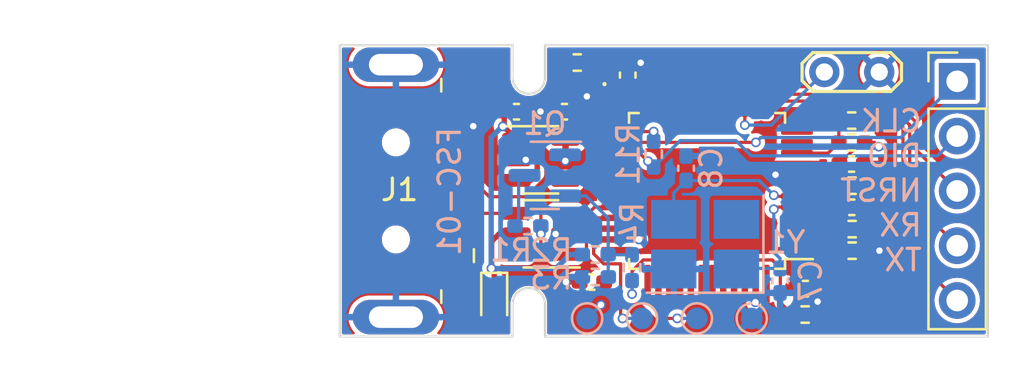
<source format=kicad_pcb>
(kicad_pcb (version 20221018) (generator pcbnew)
  (layers (0 "F.Cu" signal) (31 "B.Cu" signal) (34 "B.Paste" user) (35 "F.Paste" user) (36 "B.SilkS" user "B.Silkscreen") (37 "F.SilkS" user "F.Silkscreen") (38 "B.Mask" user) (39 "F.Mask" user) (44 "Edge.Cuts" user))
  (net 0 "")
  (net 1 "+5V")
  (net 2 "GND")
  (net 3 "+3.3V")
  (net 4 "Net-(U1-PD0)")
  (net 5 "Net-(U1-PD1)")
  (net 6 "Net-(U1-NRST)")
  (net 7 "VBUS")
  (net 8 "Net-(D2-A)")
  (net 9 "Net-(J1-D-)")
  (net 10 "Net-(J1-D+)")
  (net 16 "STLK_JTCK")
  (net 17 "STLK_JTMS")
  (net 18 "T_NRST")
  (net 19 "STLK_RX")
  (net 20 "STLK_TX")
  (net 21 "Net-(Q1-E)")
  (net 22 "Net-(Q1-B)")
  (net 23 "USB_RENUM")
  (net 24 "Net-(U1-PA0)")
  (net 25 "Net-(U1-PC13)")
  (net 26 "Net-(U1-PC14)")
  (net 27 "Net-(U1-BOOT0)")
  (net 28 "Net-(U1-PB12)")
  (net 29 "LED")
  (net 30 "PA5")
  (net 31 "SWDIO")
  (net 32 "SWCLK")
  (net 45 "USB_DM")
  (net 46 "USB_DP")
  (footprint "Connector_USB:USB3_A_Plug_Wuerth_692112030100_Horizontal" (layer "F.Cu") (at 94.2 106.75 180)
    (fp_text reference "J1" (at -8.57 0.05) (layer "F.SilkS"))
    (fp_text value "USB3_A")
    (fp_line (start -12.01 -2.7) (end -12.01 -3.3) (stroke (width 0.12)) (layer "F.SilkS"))
    (fp_line (start -10.5 -4.61) (end -10.5 -5.19) (stroke (width 0.12)) (layer "F.SilkS"))
    (fp_line (start -10.5 4.61) (end -10.5 5.19) (stroke (width 0.12)) (layer "F.SilkS"))
    (pad "" np_thru_hole circle (at -8.4 -2.25 270) (size 1.1 1.1) (drill 1.1) (layers "*.Cu" "*.Mask"))
    (pad "" np_thru_hole circle (at -8.4 2.25 270) (size 1.1 1.1) (drill 1.1) (layers "*.Cu" "*.Mask"))
    (pad "1" smd roundrect (at -10.85 -3 270) (size 0.7 1.8) (layers "F.Cu" "F.Paste" "F.Mask") (net 7 "VBUS"))
    (pad "2" smd roundrect (at -10.85 -1 270) (size 0.7 1.8) (layers "F.Cu" "F.Paste" "F.Mask") (net 9 "Net-(J1-D-)"))
    (pad "3" smd roundrect (at -10.85 1 270) (size 0.7 1.8) (layers "F.Cu" "F.Paste" "F.Mask") (net 10 "Net-(J1-D+)"))
    (pad "4" smd roundrect (at -10.85 3 270) (size 0.7 1.8) (layers "F.Cu" "F.Paste" "F.Mask") (net 2 "GND"))
    (pad "5" smd roundrect (at -10.85 4 270) (size 0.7 1.8) (layers "F.Cu" "F.Paste" "F.Mask"))
    (pad "6" smd roundrect (at -10.85 2 270) (size 0.7 1.8) (layers "F.Cu" "F.Paste" "F.Mask"))
    (pad "7" smd roundrect (at -10.85 0 270) (size 0.7 1.8) (layers "F.Cu" "F.Paste" "F.Mask"))
    (pad "8" smd roundrect (at -10.85 -2 270) (size 0.7 1.8) (layers "F.Cu" "F.Paste" "F.Mask"))
    (pad "9" smd roundrect (at -10.85 -4 180) (size 1.8 0.7) (layers "F.Cu" "F.Paste" "F.Mask"))
    (pad "10" thru_hole oval (at -8.4 -5.85 270) (size 1.6 4) (drill oval 1 2.5) (layers "*.Cu" "*.Mask") (net 2 "GND"))
    (pad "10" thru_hole oval (at -8.4 5.85 270) (size 1.6 4) (drill oval 1 2.5) (layers "*.Cu" "*.Mask") (net 2 "GND"))
  )
  (footprint "Resistor_SMD:R_0402_1005Metric_Pad0.72x0.64mm_HandSolder" (layer "F.Cu") (at 123.7175 108.52 180)
    (fp_text reference "R8" hide)
    (fp_text value "4K7")
    (fp_line (start -0.167621 -0.38) (end 0.167621 -0.38) (stroke (width 0.12)) (layer "F.SilkS"))
    (fp_line (start -0.167621 0.38) (end 0.167621 0.38) (stroke (width 0.12)) (layer "F.SilkS"))
    (pad "1" smd roundrect (at -0.5975 0 180) (size 0.715 0.64) (layers "F.Cu" "F.Paste" "F.Mask") (net 2 "GND"))
    (pad "2" smd roundrect (at 0.5975 0 180) (size 0.715 0.64) (layers "F.Cu" "F.Paste" "F.Mask") (net 26 "Net-(U1-PC14)"))
  )
  (footprint "Resistor_SMD:R_0402_1005Metric_Pad0.72x0.64mm_HandSolder" (layer "F.Cu") (at 123.7175 109.52 180)
    (fp_text reference "R7" hide)
    (fp_text value "4K7")
    (fp_line (start -0.167621 -0.38) (end 0.167621 -0.38) (stroke (width 0.12)) (layer "F.SilkS"))
    (fp_line (start -0.167621 0.38) (end 0.167621 0.38) (stroke (width 0.12)) (layer "F.SilkS"))
    (pad "1" smd roundrect (at -0.5975 0 180) (size 0.715 0.64) (layers "F.Cu" "F.Paste" "F.Mask") (net 2 "GND"))
    (pad "2" smd roundrect (at 0.5975 0 180) (size 0.715 0.64) (layers "F.Cu" "F.Paste" "F.Mask") (net 25 "Net-(U1-PC13)"))
  )
  (footprint "LED_SMD:LED_0402_1005Metric_Pad0.77x0.64mm_HandSolder" (layer "F.Cu") (at 110.99 101.8 180)
    (fp_text reference "D2" hide)
    (fp_text value "LED")
    (fp_circle (center -1.265 0) (end -1.215 0) (stroke (width 0.1)) (fill none) (layer "F.SilkS"))
    (pad "1" smd roundrect (at -0.5725 0 180) (size 0.765 0.64) (layers "F.Cu" "F.Paste" "F.Mask") (net 2 "GND"))
    (pad "2" smd roundrect (at 0.5725 0 180) (size 0.765 0.64) (layers "F.Cu" "F.Paste" "F.Mask") (net 8 "Net-(D2-A)"))
  )
  (footprint "Capacitor_SMD:C_0402_1005Metric_Pad0.74x0.62mm_HandSolder" (layer "F.Cu") (at 123.7025 107.51)
    (fp_text reference "C9" hide)
    (fp_text value "100nF")
    (fp_line (start -0.115835 -0.36) (end 0.115835 -0.36) (stroke (width 0.12)) (layer "F.SilkS"))
    (fp_line (start -0.115835 0.36) (end 0.115835 0.36) (stroke (width 0.12)) (layer "F.SilkS"))
    (pad "1" smd roundrect (at -0.5675 0) (size 0.735 0.62) (layers "F.Cu" "F.Paste" "F.Mask") (net 6 "Net-(U1-NRST)"))
    (pad "2" smd roundrect (at 0.5675 0) (size 0.735 0.62) (layers "F.Cu" "F.Paste" "F.Mask") (net 2 "GND"))
  )
  (footprint "Resistor_SMD:R_0402_1005Metric_Pad0.72x0.64mm_HandSolder" (layer "F.Cu") (at 123.6975 103.49)
    (fp_text reference "R5" hide)
    (fp_text value "4K7")
    (fp_line (start -0.167621 -0.38) (end 0.167621 -0.38) (stroke (width 0.12)) (layer "F.SilkS"))
    (fp_line (start -0.167621 0.38) (end 0.167621 0.38) (stroke (width 0.12)) (layer "F.SilkS"))
    (pad "1" smd roundrect (at -0.5975 0) (size 0.715 0.64) (layers "F.Cu" "F.Paste" "F.Mask") (net 24 "Net-(U1-PA0)"))
    (pad "2" smd roundrect (at 0.5975 0) (size 0.715 0.64) (layers "F.Cu" "F.Paste" "F.Mask") (net 3 "+3.3V"))
  )
  (footprint "Connector_PinHeader_2.54mm:PinHeader_1x05_P2.54mm_Vertical" (layer "F.Cu") (at 128.58 101.67)
    (fp_text reference "J2" hide)
    (fp_text value "ST-Link")
    (fp_line (start -1.33 -1.33) (end 0 -1.33) (stroke (width 0.12)) (layer "F.SilkS"))
    (fp_line (start -1.33 0) (end -1.33 -1.33) (stroke (width 0.12)) (layer "F.SilkS"))
    (fp_line (start -1.33 1.27) (end -1.33 11.49) (stroke (width 0.12)) (layer "F.SilkS"))
    (fp_line (start -1.33 1.27) (end 1.33 1.27) (stroke (width 0.12)) (layer "F.SilkS"))
    (fp_line (start -1.33 11.49) (end 1.33 11.49) (stroke (width 0.12)) (layer "F.SilkS"))
    (fp_line (start 1.33 1.27) (end 1.33 11.49) (stroke (width 0.12)) (layer "F.SilkS"))
    (pad "1" thru_hole rect (at 0 0) (size 1.7 1.7) (drill 1) (layers "*.Cu" "*.Mask") (net 16 "STLK_JTCK"))
    (pad "2" thru_hole oval (at 0 2.54) (size 1.7 1.7) (drill 1) (layers "*.Cu" "*.Mask") (net 17 "STLK_JTMS"))
    (pad "3" thru_hole oval (at 0 5.08) (size 1.7 1.7) (drill 1) (layers "*.Cu" "*.Mask") (net 18 "T_NRST"))
    (pad "4" thru_hole oval (at 0 7.62) (size 1.7 1.7) (drill 1) (layers "*.Cu" "*.Mask") (net 19 "STLK_RX"))
    (pad "5" thru_hole oval (at 0 10.16) (size 1.7 1.7) (drill 1) (layers "*.Cu" "*.Mask") (net 20 "STLK_TX"))
  )
  (footprint "Package_TO_SOT_SMD:SOT-23-5" (layer "F.Cu") (at 109.3125 105.31)
    (fp_text reference "U3" hide)
    (fp_text value "LP2985-3.3")
    (fp_line (start 0 -1.56) (end -1.8 -1.56) (stroke (width 0.12)) (layer "F.SilkS"))
    (fp_line (start 0 -1.56) (end 0.8 -1.56) (stroke (width 0.12)) (layer "F.SilkS"))
    (fp_line (start 0 1.56) (end -0.8 1.56) (stroke (width 0.12)) (layer "F.SilkS"))
    (fp_line (start 0 1.56) (end 0.8 1.56) (stroke (width 0.12)) (layer "F.SilkS"))
    (pad "1" smd roundrect (at -1.1375 -0.95) (size 1.325 0.6) (layers "F.Cu" "F.Paste" "F.Mask") (net 1 "+5V"))
    (pad "2" smd roundrect (at -1.1375 0) (size 1.325 0.6) (layers "F.Cu" "F.Paste" "F.Mask") (net 2 "GND"))
    (pad "3" smd roundrect (at -1.1375 0.95) (size 1.325 0.6) (layers "F.Cu" "F.Paste" "F.Mask") (net 1 "+5V"))
    (pad "4" smd roundrect (at 1.1375 0.95) (size 1.325 0.6) (layers "F.Cu" "F.Paste" "F.Mask"))
    (pad "5" smd roundrect (at 1.1375 -0.95) (size 1.325 0.6) (layers "F.Cu" "F.Paste" "F.Mask") (net 3 "+3.3V"))
  )
  (footprint "Capacitor_SMD:C_0402_1005Metric_Pad0.74x0.62mm_HandSolder" (layer "F.Cu") (at 110.4025 103.08 180)
    (fp_text reference "C2" hide)
    (fp_text value "10uF")
    (fp_line (start -0.115835 -0.36) (end 0.115835 -0.36) (stroke (width 0.12)) (layer "F.SilkS"))
    (fp_line (start -0.115835 0.36) (end 0.115835 0.36) (stroke (width 0.12)) (layer "F.SilkS"))
    (pad "1" smd roundrect (at -0.5675 0 180) (size 0.735 0.62) (layers "F.Cu" "F.Paste" "F.Mask") (net 3 "+3.3V"))
    (pad "2" smd roundrect (at 0.5675 0 180) (size 0.735 0.62) (layers "F.Cu" "F.Paste" "F.Mask") (net 2 "GND"))
  )
  (footprint "TestPoint:TestPoint_2Pads_Pitch2.54mm_Drill0.8mm" (layer "F.Cu") (at 124.97 101.24 180)
    (fp_text reference "SW1" hide)
    (fp_text value "SW_Push")
    (fp_line (start -1.03 -0.4) (end -0.53 -0.9) (stroke (width 0.15)) (layer "F.SilkS"))
    (fp_line (start -1.03 0.4) (end -1.03 -0.4) (stroke (width 0.15)) (layer "F.SilkS"))
    (fp_line (start -0.53 -0.9) (end 3.07 -0.9) (stroke (width 0.15)) (layer "F.SilkS"))
    (fp_line (start -0.53 0.9) (end -1.03 0.4) (stroke (width 0.15)) (layer "F.SilkS"))
    (fp_line (start 3.07 -0.9) (end 3.57 -0.4) (stroke (width 0.15)) (layer "F.SilkS"))
    (fp_line (start 3.07 0.9) (end -0.53 0.9) (stroke (width 0.15)) (layer "F.SilkS"))
    (fp_line (start 3.57 -0.4) (end 3.57 0.4) (stroke (width 0.15)) (layer "F.SilkS"))
    (fp_line (start 3.57 0.4) (end 3.07 0.9) (stroke (width 0.15)) (layer "F.SilkS"))
    (pad "1" thru_hole circle (at 0 0 180) (size 1.4 1.4) (drill 0.8) (layers "*.Cu" "*.Mask") (net 2 "GND"))
    (pad "2" thru_hole circle (at 2.54 0 180) (size 1.4 1.4) (drill 0.8) (layers "*.Cu" "*.Mask") (net 30 "PA5"))
  )
  (footprint "Resistor_SMD:R_0402_1005Metric_Pad0.72x0.64mm_HandSolder" (layer "F.Cu") (at 110.9925 100.8)
    (fp_text reference "R12" hide)
    (fp_text value "220")
    (fp_line (start -0.167621 -0.38) (end 0.167621 -0.38) (stroke (width 0.12)) (layer "F.SilkS"))
    (fp_line (start -0.167621 0.38) (end 0.167621 0.38) (stroke (width 0.12)) (layer "F.SilkS"))
    (pad "1" smd roundrect (at -0.5975 0) (size 0.715 0.64) (layers "F.Cu" "F.Paste" "F.Mask") (net 8 "Net-(D2-A)"))
    (pad "2" smd roundrect (at 0.5975 0) (size 0.715 0.64) (layers "F.Cu" "F.Paste" "F.Mask") (net 29 "LED"))
  )
  (footprint "Diode_SMD:D_SOD-523" (layer "F.Cu") (at 107.15 111.8075 -90)
    (fp_text reference "D1" hide)
    (fp_text value "Schottky")
    (fp_line (start -1.26 -0.6) (end -1.26 0.6) (stroke (width 0.12)) (layer "F.SilkS"))
    (fp_line (start 0.7 -0.6) (end -1.26 -0.6) (stroke (width 0.12)) (layer "F.SilkS"))
    (fp_line (start 0.7 0.6) (end -1.26 0.6) (stroke (width 0.12)) (layer "F.SilkS"))
    (pad "1" smd roundrect (at -0.7 0 90) (size 0.6 0.7) (layers "F.Cu" "F.Paste" "F.Mask") (net 1 "+5V"))
    (pad "2" smd roundrect (at 0.7 0 90) (size 0.6 0.7) (layers "F.Cu" "F.Paste" "F.Mask") (net 7 "VBUS"))
  )
  (footprint "Resistor_SMD:R_0402_1005Metric_Pad0.72x0.64mm_HandSolder" (layer "F.Cu") (at 123.7125 106.51)
    (fp_text reference "R10" hide)
    (fp_text value "100K")
    (fp_line (start -0.167621 -0.38) (end 0.167621 -0.38) (stroke (width 0.12)) (layer "F.SilkS"))
    (fp_line (start -0.167621 0.38) (end 0.167621 0.38) (stroke (width 0.12)) (layer "F.SilkS"))
    (pad "1" smd roundrect (at -0.5975 0) (size 0.715 0.64) (layers "F.Cu" "F.Paste" "F.Mask") (net 6 "Net-(U1-NRST)"))
    (pad "2" smd roundrect (at 0.5975 0) (size 0.715 0.64) (layers "F.Cu" "F.Paste" "F.Mask") (net 3 "+3.3V"))
  )
  (footprint "Capacitor_SMD:C_0402_1005Metric_Pad0.74x0.62mm_HandSolder" (layer "F.Cu") (at 121.5525 111.28)
    (fp_text reference "C5" hide)
    (fp_text value "100nF")
    (fp_line (start -0.115835 -0.36) (end 0.115835 -0.36) (stroke (width 0.12)) (layer "F.SilkS"))
    (fp_line (start -0.115835 0.36) (end 0.115835 0.36) (stroke (width 0.12)) (layer "F.SilkS"))
    (pad "1" smd roundrect (at -0.5675 0) (size 0.735 0.62) (layers "F.Cu" "F.Paste" "F.Mask") (net 3 "+3.3V"))
    (pad "2" smd roundrect (at 0.5675 0) (size 0.735 0.62) (layers "F.Cu" "F.Paste" "F.Mask") (net 2 "GND"))
  )
  (footprint "Capacitor_SMD:C_0402_1005Metric_Pad0.74x0.62mm_HandSolder" (layer "F.Cu") (at 123.6925 105.5 180)
    (fp_text reference "C4" hide)
    (fp_text value "100nF")
    (fp_line (start -0.115835 -0.36) (end 0.115835 -0.36) (stroke (width 0.12)) (layer "F.SilkS"))
    (fp_line (start -0.115835 0.36) (end 0.115835 0.36) (stroke (width 0.12)) (layer "F.SilkS"))
    (pad "1" smd roundrect (at -0.5675 0 180) (size 0.735 0.62) (layers "F.Cu" "F.Paste" "F.Mask") (net 3 "+3.3V"))
    (pad "2" smd roundrect (at 0.5675 0 180) (size 0.735 0.62) (layers "F.Cu" "F.Paste" "F.Mask") (net 2 "GND"))
  )
  (footprint "Package_QFP:LQFP-48_7x7mm_P0.5mm" (layer "F.Cu") (at 117 106.75 180)
    (fp_text reference "U1" hide)
    (fp_text value "STM32F103CBTx")
    (fp_line (start -3.61 -3.61) (end -3.61 -3.16) (stroke (width 0.12)) (layer "F.SilkS"))
    (fp_line (start -3.61 -3.16) (end -4.9 -3.16) (stroke (width 0.12)) (layer "F.SilkS"))
    (fp_line (start -3.61 3.61) (end -3.61 3.16) (stroke (width 0.12)) (layer "F.SilkS"))
    (fp_line (start -3.16 -3.61) (end -3.61 -3.61) (stroke (width 0.12)) (layer "F.SilkS"))
    (fp_line (start -3.16 3.61) (end -3.61 3.61) (stroke (width 0.12)) (layer "F.SilkS"))
    (fp_line (start 3.16 -3.61) (end 3.61 -3.61) (stroke (width 0.12)) (layer "F.SilkS"))
    (fp_line (start 3.16 3.61) (end 3.61 3.61) (stroke (width 0.12)) (layer "F.SilkS"))
    (fp_line (start 3.61 -3.61) (end 3.61 -3.16) (stroke (width 0.12)) (layer "F.SilkS"))
    (fp_line (start 3.61 3.61) (end 3.61 3.16) (stroke (width 0.12)) (layer "F.SilkS"))
    (pad "1" smd roundrect (at -4.1625 -2.75 180) (size 1.475 0.3) (layers "F.Cu" "F.Paste" "F.Mask") (net 3 "+3.3V"))
    (pad "2" smd roundrect (at -4.1625 -2.25 180) (size 1.475 0.3) (layers "F.Cu" "F.Paste" "F.Mask") (net 25 "Net-(U1-PC13)"))
    (pad "3" smd roundrect (at -4.1625 -1.75 180) (size 1.475 0.3) (layers "F.Cu" "F.Paste" "F.Mask") (net 26 "Net-(U1-PC14)"))
    (pad "4" smd roundrect (at -4.1625 -1.25 180) (size 1.475 0.3) (layers "F.Cu" "F.Paste" "F.Mask"))
    (pad "5" smd roundrect (at -4.1625 -0.75 180) (size 1.475 0.3) (layers "F.Cu" "F.Paste" "F.Mask") (net 4 "Net-(U1-PD0)"))
    (pad "6" smd roundrect (at -4.1625 -0.25 180) (size 1.475 0.3) (layers "F.Cu" "F.Paste" "F.Mask") (net 5 "Net-(U1-PD1)"))
    (pad "7" smd roundrect (at -4.1625 0.25 180) (size 1.475 0.3) (layers "F.Cu" "F.Paste" "F.Mask") (net 6 "Net-(U1-NRST)"))
    (pad "8" smd roundrect (at -4.1625 0.75 180) (size 1.475 0.3) (layers "F.Cu" "F.Paste" "F.Mask") (net 2 "GND"))
    (pad "9" smd roundrect (at -4.1625 1.25 180) (size 1.475 0.3) (layers "F.Cu" "F.Paste" "F.Mask") (net 3 "+3.3V"))
    (pad "10" smd roundrect (at -4.1625 1.75 180) (size 1.475 0.3) (layers "F.Cu" "F.Paste" "F.Mask") (net 24 "Net-(U1-PA0)"))
    (pad "11" smd roundrect (at -4.1625 2.25 180) (size 1.475 0.3) (layers "F.Cu" "F.Paste" "F.Mask"))
    (pad "12" smd roundrect (at -4.1625 2.75 180) (size 1.475 0.3) (layers "F.Cu" "F.Paste" "F.Mask") (net 20 "STLK_TX"))
    (pad "13" smd roundrect (at -2.75 4.1625 180) (size 0.3 1.475) (layers "F.Cu" "F.Paste" "F.Mask") (net 19 "STLK_RX"))
    (pad "14" smd roundrect (at -2.25 4.1625 180) (size 0.3 1.475) (layers "F.Cu" "F.Paste" "F.Mask"))
    (pad "15" smd roundrect (at -1.75 4.1625 180) (size 0.3 1.475) (layers "F.Cu" "F.Paste" "F.Mask") (net 30 "PA5"))
    (pad "16" smd roundrect (at -1.25 4.1625 180) (size 0.3 1.475) (layers "F.Cu" "F.Paste" "F.Mask"))
    (pad "17" smd roundrect (at -0.75 4.1625 180) (size 0.3 1.475) (layers "F.Cu" "F.Paste" "F.Mask"))
    (pad "18" smd roundrect (at -0.25 4.1625 180) (size 0.3 1.475) (layers "F.Cu" "F.Paste" "F.Mask") (net 18 "T_NRST"))
    (pad "19" smd roundrect (at 0.25 4.1625 180) (size 0.3 1.475) (layers "F.Cu" "F.Paste" "F.Mask"))
    (pad "20" smd roundrect (at 0.75 4.1625 180) (size 0.3 1.475) (layers "F.Cu" "F.Paste" "F.Mask"))
    (pad "21" smd roundrect (at 1.25 4.1625 180) (size 0.3 1.475) (layers "F.Cu" "F.Paste" "F.Mask"))
    (pad "22" smd roundrect (at 1.75 4.1625 180) (size 0.3 1.475) (layers "F.Cu" "F.Paste" "F.Mask"))
    (pad "23" smd roundrect (at 2.25 4.1625 180) (size 0.3 1.475) (layers "F.Cu" "F.Paste" "F.Mask") (net 2 "GND"))
    (pad "24" smd roundrect (at 2.75 4.1625 180) (size 0.3 1.475) (layers "F.Cu" "F.Paste" "F.Mask") (net 3 "+3.3V"))
    (pad "25" smd roundrect (at 4.1625 2.75 180) (size 1.475 0.3) (layers "F.Cu" "F.Paste" "F.Mask") (net 28 "Net-(U1-PB12)"))
    (pad "26" smd roundrect (at 4.1625 2.25 180) (size 1.475 0.3) (layers "F.Cu" "F.Paste" "F.Mask") (net 16 "STLK_JTCK"))
    (pad "27" smd roundrect (at 4.1625 1.75 180) (size 1.475 0.3) (layers "F.Cu" "F.Paste" "F.Mask") (net 17 "STLK_JTMS"))
    (pad "28" smd roundrect (at 4.1625 1.25 180) (size 1.475 0.3) (layers "F.Cu" "F.Paste" "F.Mask"))
    (pad "29" smd roundrect (at 4.1625 0.75 180) (size 1.475 0.3) (layers "F.Cu" "F.Paste" "F.Mask"))
    (pad "30" smd roundrect (at 4.1625 0.25 180) (size 1.475 0.3) (layers "F.Cu" "F.Paste" "F.Mask") (net 29 "LED"))
    (pad "31" smd roundrect (at 4.1625 -0.25 180) (size 1.475 0.3) (layers "F.Cu" "F.Paste" "F.Mask"))
    (pad "32" smd roundrect (at 4.1625 -0.75 180) (size 1.475 0.3) (layers "F.Cu" "F.Paste" "F.Mask") (net 45 "USB_DM"))
    (pad "33" smd roundrect (at 4.1625 -1.25 180) (size 1.475 0.3) (layers "F.Cu" "F.Paste" "F.Mask") (net 46 "USB_DP"))
    (pad "34" smd roundrect (at 4.1625 -1.75 180) (size 1.475 0.3) (layers "F.Cu" "F.Paste" "F.Mask") (net 31 "SWDIO"))
    (pad "35" smd roundrect (at 4.1625 -2.25 180) (size 1.475 0.3) (layers "F.Cu" "F.Paste" "F.Mask") (net 2 "GND"))
    (pad "36" smd roundrect (at 4.1625 -2.75 180) (size 1.475 0.3) (layers "F.Cu" "F.Paste" "F.Mask") (net 3 "+3.3V"))
    (pad "37" smd roundrect (at 2.75 -4.1625 180) (size 0.3 1.475) (layers "F.Cu" "F.Paste" "F.Mask") (net 32 "SWCLK"))
    (pad "38" smd roundrect (at 2.25 -4.1625 180) (size 0.3 1.475) (layers "F.Cu" "F.Paste" "F.Mask") (net 23 "USB_RENUM"))
    (pad "39" smd roundrect (at 1.75 -4.1625 180) (size 0.3 1.475) (layers "F.Cu" "F.Paste" "F.Mask"))
    (pad "40" smd roundrect (at 1.25 -4.1625 180) (size 0.3 1.475) (layers "F.Cu" "F.Paste" "F.Mask"))
    (pad "41" smd roundrect (at 0.75 -4.1625 180) (size 0.3 1.475) (layers "F.Cu" "F.Paste" "F.Mask"))
    (pad "42" smd roundrect (at 0.25 -4.1625 180) (size 0.3 1.475) (layers "F.Cu" "F.Paste" "F.Mask"))
    (pad "43" smd roundrect (at -0.25 -4.1625 180) (size 0.3 1.475) (layers "F.Cu" "F.Paste" "F.Mask"))
    (pad "44" smd roundrect (at -0.75 -4.1625 180) (size 0.3 1.475) (layers "F.Cu" "F.Paste" "F.Mask") (net 27 "Net-(U1-BOOT0)"))
    (pad "45" smd roundrect (at -1.25 -4.1625 180) (size 0.3 1.475) (layers "F.Cu" "F.Paste" "F.Mask"))
    (pad "46" smd roundrect (at -1.75 -4.1625 180) (size 0.3 1.475) (layers "F.Cu" "F.Paste" "F.Mask"))
    (pad "47" smd roundrect (at -2.25 -4.1625 180) (size 0.3 1.475) (layers "F.Cu" "F.Paste" "F.Mask") (net 2 "GND"))
    (pad "48" smd roundrect (at -2.75 -4.1625 180) (size 0.3 1.475) (layers "F.Cu" "F.Paste" "F.Mask") (net 3 "+3.3V"))
  )
  (footprint "Package_TO_SOT_SMD:SOT-23-6" (layer "F.Cu") (at 109.31 108.74 180)
    (fp_text reference "U2" hide)
    (fp_text value "USBLC6-2SC6")
    (fp_line (start 0 -1.56) (end -1.8 -1.56) (stroke (width 0.12)) (layer "F.SilkS"))
    (fp_line (start 0 -1.56) (end 0.8 -1.56) (stroke (width 0.12)) (layer "F.SilkS"))
    (fp_line (start 0 1.56) (end -0.8 1.56) (stroke (width 0.12)) (layer "F.SilkS"))
    (fp_line (start 0 1.56) (end 0.8 1.56) (stroke (width 0.12)) (layer "F.SilkS"))
    (pad "1" smd roundrect (at -1.1375 -0.95 180) (size 1.325 0.6) (layers "F.Cu" "F.Paste" "F.Mask") (net 46 "USB_DP"))
    (pad "2" smd roundrect (at -1.1375 0 180) (size 1.325 0.6) (layers "F.Cu" "F.Paste" "F.Mask") (net 2 "GND"))
    (pad "3" smd roundrect (at -1.1375 0.95 180) (size 1.325 0.6) (layers "F.Cu" "F.Paste" "F.Mask") (net 45 "USB_DM"))
    (pad "4" smd roundrect (at 1.1375 0.95 180) (size 1.325 0.6) (layers "F.Cu" "F.Paste" "F.Mask") (net 9 "Net-(J1-D-)"))
    (pad "5" smd roundrect (at 1.1375 0 180) (size 1.325 0.6) (layers "F.Cu" "F.Paste" "F.Mask") (net 1 "+5V"))
    (pad "6" smd roundrect (at 1.1375 -0.95 180) (size 1.325 0.6) (layers "F.Cu" "F.Paste" "F.Mask") (net 10 "Net-(J1-D+)"))
  )
  (footprint "Capacitor_SMD:C_0402_1005Metric_Pad0.74x0.62mm_HandSolder" (layer "F.Cu") (at 113.33 101.3825 90)
    (fp_text reference "C3" hide)
    (fp_text value "100nF")
    (fp_line (start -0.115835 -0.36) (end 0.115835 -0.36) (stroke (width 0.12)) (layer "F.SilkS"))
    (fp_line (start -0.115835 0.36) (end 0.115835 0.36) (stroke (width 0.12)) (layer "F.SilkS"))
    (pad "1" smd roundrect (at -0.5675 0 90) (size 0.735 0.62) (layers "F.Cu" "F.Paste" "F.Mask") (net 3 "+3.3V"))
    (pad "2" smd roundrect (at 0.5675 0 90) (size 0.735 0.62) (layers "F.Cu" "F.Paste" "F.Mask") (net 2 "GND"))
  )
  (footprint "Resistor_SMD:R_0402_1005Metric_Pad0.72x0.64mm_HandSolder" (layer "F.Cu") (at 121.5425 112.48 180)
    (fp_text reference "R9" hide)
    (fp_text value "100K")
    (fp_line (start -0.167621 -0.38) (end 0.167621 -0.38) (stroke (width 0.12)) (layer "F.SilkS"))
    (fp_line (start -0.167621 0.38) (end 0.167621 0.38) (stroke (width 0.12)) (layer "F.SilkS"))
    (pad "1" smd roundrect (at -0.5975 0 180) (size 0.715 0.64) (layers "F.Cu" "F.Paste" "F.Mask") (net 2 "GND"))
    (pad "2" smd roundrect (at 0.5975 0 180) (size 0.715 0.64) (layers "F.Cu" "F.Paste" "F.Mask") (net 27 "Net-(U1-BOOT0)"))
  )
  (footprint "Capacitor_SMD:C_0402_1005Metric_Pad0.74x0.62mm_HandSolder" (layer "F.Cu") (at 111.67 110.97 180)
    (fp_text reference "C6" hide)
    (fp_text value "100nF")
    (fp_line (start -0.115835 -0.36) (end 0.115835 -0.36) (stroke (width 0.12)) (layer "F.SilkS"))
    (fp_line (start -0.115835 0.36) (end 0.115835 0.36) (stroke (width 0.12)) (layer "F.SilkS"))
    (pad "1" smd roundrect (at -0.5675 0 180) (size 0.735 0.62) (layers "F.Cu" "F.Paste" "F.Mask") (net 3 "+3.3V"))
    (pad "2" smd roundrect (at 0.5675 0 180) (size 0.735 0.62) (layers "F.Cu" "F.Paste" "F.Mask") (net 2 "GND"))
  )
  (footprint "Resistor_SMD:R_0402_1005Metric_Pad0.72x0.64mm_HandSolder" (layer "F.Cu") (at 123.6975 104.5 180)
    (fp_text reference "R6" hide)
    (fp_text value "4K7")
    (fp_line (start -0.167621 -0.38) (end 0.167621 -0.38) (stroke (width 0.12)) (layer "F.SilkS"))
    (fp_line (start -0.167621 0.38) (end 0.167621 0.38) (stroke (width 0.12)) (layer "F.SilkS"))
    (pad "1" smd roundrect (at -0.5975 0 180) (size 0.715 0.64) (layers "F.Cu" "F.Paste" "F.Mask") (net 2 "GND"))
    (pad "2" smd roundrect (at 0.5975 0 180) (size 0.715 0.64) (layers "F.Cu" "F.Paste" "F.Mask") (net 24 "Net-(U1-PA0)"))
  )
  (footprint "Capacitor_SMD:C_0402_1005Metric_Pad0.74x0.62mm_HandSolder" (layer "F.Cu") (at 108.18 103.08)
    (fp_text reference "C1" hide)
    (fp_text value "10uF")
    (fp_line (start -0.115835 -0.36) (end 0.115835 -0.36) (stroke (width 0.12)) (layer "F.SilkS"))
    (fp_line (start -0.115835 0.36) (end 0.115835 0.36) (stroke (width 0.12)) (layer "F.SilkS"))
    (pad "1" smd roundrect (at -0.5675 0) (size 0.735 0.62) (layers "F.Cu" "F.Paste" "F.Mask") (net 1 "+5V"))
    (pad "2" smd roundrect (at 0.5675 0) (size 0.735 0.62) (layers "F.Cu" "F.Paste" "F.Mask") (net 2 "GND"))
  )
  (footprint "Package_TO_SOT_SMD:SOT-23" (layer "B.Cu") (at 109.4925 106.03 180)
    (fp_text reference "Q1" (at 0 2.4) (layer "B.SilkS") (effects (justify mirror)))
    (fp_text value "S9013")
    (fp_line (start 0 -1.56) (end -0.65 -1.56) (stroke (width 0.12)) (layer "B.SilkS"))
    (fp_line (start 0 -1.56) (end 0.65 -1.56) (stroke (width 0.12)) (layer "B.SilkS"))
    (fp_line (start 0 1.56) (end -1.675 1.56) (stroke (width 0.12)) (layer "B.SilkS"))
    (fp_line (start 0 1.56) (end 0.65 1.56) (stroke (width 0.12)) (layer "B.SilkS"))
    (pad "1" smd roundrect (at -0.9375 0.95 180) (size 1.475 0.6) (layers "B.Cu" "B.Paste" "B.Mask") (net 3 "+3.3V"))
    (pad "2" smd roundrect (at -0.9375 -0.95 180) (size 1.475 0.6) (layers "B.Cu" "B.Paste" "B.Mask") (net 22 "Net-(Q1-B)"))
    (pad "3" smd roundrect (at 0.9375 0 180) (size 1.475 0.6) (layers "B.Cu" "B.Paste" "B.Mask") (net 21 "Net-(Q1-E)"))
  )
  (footprint "Capacitor_SMD:C_0402_1005Metric_Pad0.74x0.62mm_HandSolder" (layer "B.Cu") (at 116.03 105.7025 90)
    (fp_text reference "C8" (at 0 1.16 90) (layer "B.SilkS") (effects (justify mirror)))
    (fp_text value "20pF")
    (fp_line (start -0.115835 -0.36) (end 0.115835 -0.36) (stroke (width 0.12)) (layer "B.SilkS"))
    (fp_line (start -0.115835 0.36) (end 0.115835 0.36) (stroke (width 0.12)) (layer "B.SilkS"))
    (pad "1" smd roundrect (at -0.5675 0 90) (size 0.735 0.62) (layers "B.Cu" "B.Paste" "B.Mask") (net 5 "Net-(U1-PD1)"))
    (pad "2" smd roundrect (at 0.5675 0 90) (size 0.735 0.62) (layers "B.Cu" "B.Paste" "B.Mask") (net 2 "GND"))
  )
  (footprint "TestPoint:TestPoint_Pad_D1.0mm" (layer "B.Cu") (at 113.99 112.66 180)
    (fp_text reference "TP2" hide)
    (fp_text value "DIO")
    (fp_circle (center 0 0) (end 0 -0.7) (stroke (width 0.12)) (fill none) (layer "B.SilkS"))
    (pad "1" smd circle (at 0 0 180) (size 1 1) (layers "B.Cu" "B.Mask") (net 31 "SWDIO"))
  )
  (footprint "Resistor_SMD:R_0402_1005Metric_Pad0.72x0.64mm_HandSolder" (layer "B.Cu") (at 113.53 110.30625 90)
    (fp_text reference "R4" (at 2.06625 0.01 90) (layer "B.SilkS") (effects (justify mirror)))
    (fp_text value "100")
    (fp_line (start -0.167621 -0.38) (end 0.167621 -0.38) (stroke (width 0.12)) (layer "B.SilkS"))
    (fp_line (start -0.167621 0.38) (end 0.167621 0.38) (stroke (width 0.12)) (layer "B.SilkS"))
    (pad "1" smd roundrect (at -0.5975 0 90) (size 0.715 0.64) (layers "B.Cu" "B.Paste" "B.Mask") (net 23 "USB_RENUM"))
    (pad "2" smd roundrect (at 0.5975 0 90) (size 0.715 0.64) (layers "B.Cu" "B.Paste" "B.Mask") (net 22 "Net-(Q1-B)"))
  )
  (footprint "TestPoint:TestPoint_Pad_D1.0mm" (layer "B.Cu") (at 116.53 112.66 180)
    (fp_text reference "TP3" hide)
    (fp_text value "CLK")
    (fp_circle (center 0 0) (end 0 -0.7) (stroke (width 0.12)) (fill none) (layer "B.SilkS"))
    (pad "1" smd circle (at 0 0 180) (size 1 1) (layers "B.Cu" "B.Mask") (net 32 "SWCLK"))
  )
  (footprint "TestPoint:TestPoint_Pad_D1.0mm" (layer "B.Cu") (at 111.45 112.66 180)
    (fp_text reference "TP1" hide)
    (fp_text value "3V3")
    (fp_circle (center 0 0) (end 0 -0.7) (stroke (width 0.12)) (fill none) (layer "B.SilkS"))
    (pad "1" smd circle (at 0 0 180) (size 1 1) (layers "B.Cu" "B.Mask") (net 3 "+3.3V"))
  )
  (footprint "Resistor_SMD:R_0402_1005Metric_Pad0.72x0.64mm_HandSolder" (layer "B.Cu") (at 114.53 105.0475 -90)
    (fp_text reference "R11" (at 0 1.17 90) (layer "B.SilkS") (effects (justify mirror)))
    (fp_text value "100K")
    (fp_line (start -0.167621 -0.38) (end 0.167621 -0.38) (stroke (width 0.12)) (layer "B.SilkS"))
    (fp_line (start -0.167621 0.38) (end 0.167621 0.38) (stroke (width 0.12)) (layer "B.SilkS"))
    (pad "1" smd roundrect (at -0.5975 0 270) (size 0.715 0.64) (layers "B.Cu" "B.Paste" "B.Mask") (net 28 "Net-(U1-PB12)"))
    (pad "2" smd roundrect (at 0.5975 0 270) (size 0.715 0.64) (layers "B.Cu" "B.Paste" "B.Mask") (net 17 "STLK_JTMS"))
  )
  (footprint "Crystal:Crystal_SMD_3225-4Pin_3.2x2.5mm_HandSoldering" (layer "B.Cu") (at 116.91 109.22 180)
    (fp_text reference "Y1" (at -3.73 0.09) (layer "B.SilkS") (effects (justify mirror)))
    (fp_text value "8MHz")
    (fp_line (start -2.7 -2.25) (end 2.7 -2.25) (stroke (width 0.12)) (layer "B.SilkS"))
    (fp_line (start -2.7 2.25) (end -2.7 -2.25) (stroke (width 0.12)) (layer "B.SilkS"))
    (pad "1" smd rect (at -1.45 -1.15 180) (size 2.1 1.8) (layers "B.Cu" "B.Paste" "B.Mask") (net 4 "Net-(U1-PD0)"))
    (pad "2" smd rect (at 1.45 -1.15 180) (size 2.1 1.8) (layers "B.Cu" "B.Paste" "B.Mask") (net 2 "GND"))
    (pad "3" smd rect (at 1.45 1.15 180) (size 2.1 1.8) (layers "B.Cu" "B.Paste" "B.Mask") (net 5 "Net-(U1-PD1)"))
    (pad "4" smd rect (at -1.45 1.15 180) (size 2.1 1.8) (layers "B.Cu" "B.Paste" "B.Mask"))
  )
  (footprint "Capacitor_SMD:C_0402_1005Metric_Pad0.74x0.62mm_HandSolder" (layer "B.Cu") (at 120.38 110.91 -90)
    (fp_text reference "C7" (at 0 -1.42 90) (layer "B.SilkS") (effects (justify mirror)))
    (fp_text value "20pF")
    (fp_line (start -0.115835 -0.36) (end 0.115835 -0.36) (stroke (width 0.12)) (layer "B.SilkS"))
    (fp_line (start -0.115835 0.36) (end 0.115835 0.36) (stroke (width 0.12)) (layer "B.SilkS"))
    (pad "1" smd roundrect (at -0.5675 0 270) (size 0.735 0.62) (layers "B.Cu" "B.Paste" "B.Mask") (net 4 "Net-(U1-PD0)"))
    (pad "2" smd roundrect (at 0.5675 0 270) (size 0.735 0.62) (layers "B.Cu" "B.Paste" "B.Mask") (net 2 "GND"))
  )
  (footprint "Resistor_SMD:R_0402_1005Metric_Pad0.72x0.64mm_HandSolder" (layer "B.Cu") (at 108.71 108.38 180)
    (fp_text reference "R1" (at 0.78 -1.12) (layer "B.SilkS") (effects (justify mirror)))
    (fp_text value "1K5")
    (fp_line (start -0.167621 -0.38) (end 0.167621 -0.38) (stroke (width 0.12)) (layer "B.SilkS"))
    (fp_line (start -0.167621 0.38) (end 0.167621 0.38) (stroke (width 0.12)) (layer "B.SilkS"))
    (pad "1" smd roundrect (at -0.5975 0 180) (size 0.715 0.64) (layers "B.Cu" "B.Paste" "B.Mask") (net 10 "Net-(J1-D+)"))
    (pad "2" smd roundrect (at 0.5975 0 180) (size 0.715 0.64) (layers "B.Cu" "B.Paste" "B.Mask") (net 21 "Net-(Q1-E)"))
  )
  (footprint "Resistor_SMD:R_0402_1005Metric_Pad0.72x0.64mm_HandSolder" (layer "B.Cu") (at 111.8275 109.7 180)
    (fp_text reference "R2" (at 2.0375 0.19) (layer "B.SilkS") (effects (justify mirror)))
    (fp_text value "10K")
    (fp_line (start -0.167621 -0.38) (end 0.167621 -0.38) (stroke (width 0.12)) (layer "B.SilkS"))
    (fp_line (start -0.167621 0.38) (end 0.167621 0.38) (stroke (width 0.12)) (layer "B.SilkS"))
    (pad "1" smd roundrect (at -0.5975 0 180) (size 0.715 0.64) (layers "B.Cu" "B.Paste" "B.Mask") (net 22 "Net-(Q1-B)"))
    (pad "2" smd roundrect (at 0.5975 0 180) (size 0.715 0.64) (layers "B.Cu" "B.Paste" "B.Mask") (net 1 "+5V"))
  )
  (footprint "TestPoint:TestPoint_Pad_D1.0mm" (layer "B.Cu") (at 119.07 112.66 180)
    (fp_text reference "TP4" hide)
    (fp_text value "GND")
    (fp_circle (center 0 0) (end 0 -0.7) (stroke (width 0.12)) (fill none) (layer "B.SilkS"))
    (pad "1" smd circle (at 0 0 180) (size 1 1) (layers "B.Cu" "B.Mask") (net 2 "GND"))
  )
  (footprint "Resistor_SMD:R_0402_1005Metric_Pad0.72x0.64mm_HandSolder" (layer "B.Cu") (at 111.8325 110.74)
    (fp_text reference "R3" (at -2.0425 0.06) (layer "B.SilkS") (effects (justify mirror)))
    (fp_text value "39K")
    (fp_line (start -0.167621 -0.38) (end 0.167621 -0.38) (stroke (width 0.12)) (layer "B.SilkS"))
    (fp_line (start -0.167621 0.38) (end 0.167621 0.38) (stroke (width 0.12)) (layer "B.SilkS"))
    (pad "1" smd roundrect (at -0.5975 0) (size 0.715 0.64) (layers "B.Cu" "B.Paste" "B.Mask") (net 2 "GND"))
    (pad "2" smd roundrect (at 0.5975 0) (size 0.715 0.64) (layers "B.Cu" "B.Paste" "B.Mask") (net 22 "Net-(Q1-B)"))
  )
  (gr_line (start 130 113.5) (end 109.5 113.5) (stroke (width 0.1)) (layer "Edge.Cuts"))
  (gr_line (start 109.5 113.5) (end 109.5 112) (stroke (width 0.1)) (layer "Edge.Cuts"))
  (gr_line (start 109.5 100) (end 130 100) (stroke (width 0.1)) (layer "Edge.Cuts"))
  (gr_line (start 108 112) (end 108 113.5) (stroke (width 0.1)) (layer "Edge.Cuts"))
  (gr_line (start 100 100) (end 108 100) (stroke (width 0.1)) (layer "Edge.Cuts"))
  (gr_line (start 100 113.5) (end 108 113.5) (stroke (width 0.1)) (layer "Edge.Cuts"))
  (gr_line (start 130 100) (end 130 113.5) (stroke (width 0.1)) (layer "Edge.Cuts"))
  (gr_line (start 108 100) (end 108 101.5) (stroke (width 0.1)) (layer "Edge.Cuts"))
  (gr_arc (start 109.5 101.5) (mid 108.75 102.25) (end 108 101.5) (stroke (width 0.1)) (layer "Edge.Cuts"))
  (gr_line (start 100 100) (end 100 113.5) (stroke (width 0.1)) (layer "Edge.Cuts"))
  (gr_arc (start 108 112) (mid 108.75 111.25) (end 109.5 112) (stroke (width 0.1)) (layer "Edge.Cuts"))
  (gr_line (start 109.5 101.5) (end 109.5 100) (stroke (width 0.1)) (layer "Edge.Cuts"))
  (gr_text "CLK\nDIO\nNRST\nRX\nTX" (at 127.03 110.54) (layer "B.SilkS") (effects (font (size 1 1)) (justify left bottom mirror)))
  (gr_text "FSC-01" (at 105.67 103.7 90) (layer "B.SilkS") (effects (font (size 1 1)) (justify left bottom mirror)))
  (segment (start 107.03 110.35) (end 107.02 110.35) (width 0.25) (layer "F.Cu") (net 1))
  (segment (start 108.175 104.36) (end 108.837499 104.36) (width 0.25) (layer "F.Cu") (net 1))
  (segment (start 107.55 103.76) (end 107.575 103.76) (width 0.25) (layer "F.Cu") (net 1))
  (segment (start 107.02 110.35) (end 107.01 110.34) (width 0.25) (layer "F.Cu") (net 1))
  (segment (start 107.03 110.36) (end 107.03 110.35) (width 0.25) (layer "F.Cu") (net 1))
  (segment (start 107.03 109.09) (end 107.03 110.35) (width 0.25) (layer "F.Cu") (net 1))
  (segment (start 107.15 110.48) (end 107.03 110.36) (width 0.25) (layer "F.Cu") (net 1))
  (segment (start 107.575 103.76) (end 107.6125 103.7975) (width 0.25) (layer "F.Cu") (net 1))
  (segment (start 107.645 103.83) (end 107.51 103.83) (width 0.25) (layer "F.Cu") (net 1))
  (segment (start 107.6125 103.7975) (end 107.6125 103.08) (width 0.25) (layer "F.Cu") (net 1))
  (segment (start 107.51 103.83) (end 107.51 103.695) (width 0.25) (layer "F.Cu") (net 1))
  (segment (start 108.1725 108.74) (end 107.38 108.74) (width 0.25) (layer "F.Cu") (net 1))
  (segment (start 107.15 111.1075) (end 107.15 110.48) (width 0.25) (layer "F.Cu") (net 1))
  (segment (start 107.51 103.695) (end 107.55 103.735) (width 0.25) (layer "F.Cu") (net 1))
  (segment (start 109.14 104.662501) (end 109.14 105.957499) (width 0.25) (layer "F.Cu") (net 1))
  (segment (start 107.55 103.735) (end 107.55 103.76) (width 0.25) (layer "F.Cu") (net 1))
  (segment (start 107.38 108.74) (end 107.03 109.09) (width 0.25) (layer "F.Cu") (net 1))
  (segment (start 109.14 105.957499) (end 108.837499 106.26) (width 0.25) (layer "F.Cu") (net 1))
  (segment (start 108.175 104.36) (end 107.645 103.83) (width 0.25) (layer "F.Cu") (net 1))
  (segment (start 108.837499 106.26) (end 108.175 106.26) (width 0.25) (layer "F.Cu") (net 1))
  (segment (start 108.837499 104.36) (end 109.14 104.662501) (width 0.25) (layer "F.Cu") (net 1))
  (via (at 107.02 110.34) (size 0.45) (drill 0.3) (layers "F.Cu" "B.Cu") (net 1))
  (via (at 107.55 103.76) (size 0.45) (drill 0.3) (layers "F.Cu" "B.Cu") (net 1))
  (segment (start 110 110.35) (end 107.03 110.35) (width 0.25) (layer "B.Cu") (net 1))
  (segment (start 111.23 109.7) (end 110.65 109.7) (width 0.25) (layer "B.Cu") (net 1))
  (segment (start 107.55 103.73) (end 107.01 104.27) (width 0.25) (layer "B.Cu") (net 1))
  (segment (start 107.01 104.27) (end 107.01 110.34) (width 0.25) (layer "B.Cu") (net 1))
  (segment (start 110.65 109.7) (end 110 110.35) (width 0.25) (layer "B.Cu") (net 1))
  (segment (start 119.25 110.9125) (end 119.25 111.9) (width 0.15) (layer "F.Cu") (net 2))
  (segment (start 108.7475 103.08) (end 109.28 103.08) (width 0.25) (layer "F.Cu") (net 2))
  (segment (start 122.12 111.28) (end 122.12 112.46) (width 0.15) (layer "F.Cu") (net 2))
  (segment (start 119.25 111.9) (end 119.24 111.91) (width 0.15) (layer "F.Cu") (net 2))
  (segment (start 124.295 104.5) (end 124.75 104.5) (width 0.15) (layer "F.Cu") (net 2))
  (segment (start 111.5625 101.8) (end 111.5625 102.2475) (width 0.25) (layer "F.Cu") (net 2))
  (segment (start 111.5625 102.2475) (end 111.44 102.37) (width 0.25) (layer "F.Cu") (net 2))
  (segment (start 111.1025 110.97) (end 110.4675 110.97) (width 0.25) (layer "F.Cu") (net 2))
  (segment (start 113.775 100.815) (end 113.78 100.81) (width 0.25) (layer "F.Cu") (net 2))
  (segment (start 124.315 109.52) (end 124.98 109.52) (width 0.15) (layer "F.Cu") (net 2))
  (segment (start 109.3 103.08) (end 109.835 103.08) (width 0.25) (layer "F.Cu") (net 2))
  (segment (start 114.24 100.81) (end 113.93 100.81) (width 0.15) (layer "F.Cu") (net 2))
  (segment (start 123.125 105.5) (end 123.7275 106.1025) (width 0.15) (layer "F.Cu") (net 2))
  (segment (start 109.28 103.08) (end 109.29 103.07) (width 0.25) (layer "F.Cu") (net 2))
  (segment (start 123.7275 106.1025) (end 123.7275 106.9675) (width 0.15) (layer "F.Cu") (net 2))
  (segment (start 122.12 112.46) (end 122.14 112.48) (width 0.15) (layer "F.Cu") (net 2))
  (segment (start 121.1625 106) (end 120.17 106) (width 0.15) (layer "F.Cu") (net 2))
  (segment (start 112.8375 109) (end 113.85 109) (width 0.15) (layer "F.Cu") (net 2))
  (segment (start 124.27 107.51) (end 124.27 108.475) (width 0.15) (layer "F.Cu") (net 2))
  (segment (start 124.295 104.5) (end 124.125 104.5) (width 0.15) (layer "F.Cu") (net 2))
  (segment (start 123.7275 106.9675) (end 124.27 107.51) (width 0.15) (layer "F.Cu") (net 2))
  (segment (start 124.27 108.475) (end 124.315 108.52) (width 0.15) (layer "F.Cu") (net 2))
  (segment (start 124.75 104.5) (end 124.95 104.7) (width 0.15) (layer "F.Cu") (net 2))
  (segment (start 105.05 103.75) (end 106.18 103.75) (width 0.25) (layer "F.Cu") (net 2))
  (segment (start 124.315 108.52) (end 124.315 109.52) (width 0.15) (layer "F.Cu") (net 2))
  (segment (start 114.75 101.32) (end 114.24 100.81) (width 0.15) (layer "F.Cu") (net 2))
  (segment (start 113.33 100.815) (end 113.925 100.815) (width 0.25) (layer "F.Cu") (net 2))
  (segment (start 114.75 102.5875) (end 114.75 101.32) (width 0.15) (layer "F.Cu") (net 2))
  (segment (start 124.125 104.5) (end 123.125 105.5) (width 0.15) (layer "F.Cu") (net 2))
  (segment (start 109.29 103.07) (end 109.3 103.08) (width 0.25) (layer "F.Cu") (net 2))
  (via (at 122.12 111.88) (size 0.45) (drill 0.3) (layers "F.Cu" "B.Cu") (net 2))
  (via (at 109.29 103.07) (size 0.45) (drill 0.3) (layers "F.Cu" "B.Cu") (net 2))
  (via (at 106.18 103.75) (size 0.45) (drill 0.3) (layers "F.Cu" "B.Cu") (net 2))
  (via (at 111.44 102.37) (size 0.45) (drill 0.3) (layers "F.Cu" "B.Cu") (net 2))
  (via (at 124.95 104.7) (size 0.45) (drill 0.3) (layers "F.Cu" "B.Cu") (net 2))
  (via (at 108.61 105.31) (size 0.45) (drill 0.3) (layers "F.Cu" "B.Cu") (net 2))
  (via (at 109.99 108.75) (size 0.45) (drill 0.3) (layers "F.Cu" "B.Cu") (net 2))
  (via (at 124.98 109.52) (size 0.45) (drill 0.3) (layers "F.Cu" "B.Cu") (net 2))
  (via (at 110.4675 110.97) (size 0.45) (drill 0.3) (layers "F.Cu" "B.Cu") (net 2))
  (via (at 113.93 100.81) (size 0.45) (drill 0.3) (layers "F.Cu" "B.Cu") (net 2))
  (via (at 119.24 111.91) (size 0.45) (drill 0.3) (layers "F.Cu" "B.Cu") (net 2))
  (via (at 120.17 106) (size 0.45) (drill 0.3) (layers "F.Cu" "B.Cu") (net 2))
  (via (at 113.85 109) (size 0.45) (drill 0.3) (layers "F.Cu" "B.Cu") (net 2))
  (segment (start 110.97 103.08) (end 110.97 103.46) (width 0.25) (layer "F.Cu") (net 3))
  (segment (start 110.97 103.46) (end 110.45 103.98) (width 0.25) (layer "F.Cu") (net 3))
  (segment (start 110.45 103.98) (end 110.45 104.36) (width 0.25) (layer "F.Cu") (net 3))
  (via (at 110.44 105.36) (size 0.45) (drill 0.3) (layers "F.Cu" "B.Cu") (net 3))
  (via (at 112.09 112.03) (size 0.45) (drill 0.3) (layers "F.Cu" "B.Cu") (net 3))
  (segment (start 111.45 112.66) (end 111.46 112.66) (width 0.15) (layer "B.Cu") (net 3))
  (segment (start 111.46 112.66) (end 112.09 112.03) (width 0.15) (layer "B.Cu") (net 3))
  (segment (start 120.22 107.5) (end 120.09 107.53) (width 0.15) (layer "F.Cu") (net 4))
  (segment (start 120.16 107.5) (end 120.19 107.5) (width 0.15) (layer "F.Cu") (net 4))
  (segment (start 120.09 107.53) (end 120.16 107.5) (width 0.15) (layer "F.Cu") (net 4))
  (segment (start 121.1625 107.5) (end 120.22 107.5) (width 0.15) (layer "F.Cu") (net 4))
  (via (at 120.09 107.6) (size 0.45) (drill 0.3) (layers "F.Cu" "B.Cu") (net 4))
  (segment (start 120.38 109.88) (end 120.38 110.3425) (width 0.15) (layer "B.Cu") (net 4))
  (segment (start 120.09 107.53) (end 120.09 109.59) (width 0.15) (layer "B.Cu") (net 4))
  (segment (start 120.38 110.3425) (end 118.3875 110.3425) (width 0.15) (layer "B.Cu") (net 4))
  (segment (start 118.3875 110.3425) (end 118.36 110.37) (width 0.15) (layer "B.Cu") (net 4))
  (segment (start 120.09 109.59) (end 120.38 109.88) (width 0.15) (layer "B.Cu") (net 4))
  (segment (start 120.09 107) (end 120.19 107) (width 0.15) (layer "F.Cu") (net 5))
  (segment (start 121.1625 107) (end 120.09 107) (width 0.15) (layer "F.Cu") (net 5))
  (via (at 120.09 106.95) (size 0.45) (drill 0.3) (layers "F.Cu" "B.Cu") (net 5))
  (segment (start 115.46 106.84) (end 116.03 106.27) (width 0.15) (layer "B.Cu") (net 5))
  (segment (start 115.46 108.07) (end 115.46 106.84) (width 0.15) (layer "B.Cu") (net 5))
  (segment (start 120.09 106.95) (end 119.41 106.27) (width 0.15) (layer "B.Cu") (net 5))
  (segment (start 119.41 106.27) (end 116.03 106.27) (width 0.15) (layer "B.Cu") (net 5))
  (segment (start 121.1725 106.51) (end 121.1625 106.5) (width 0.15) (layer "F.Cu") (net 6))
  (segment (start 123.115 107.49) (end 123.135 107.51) (width 0.15) (layer "F.Cu") (net 6))
  (segment (start 123.115 106.51) (end 123.115 107.49) (width 0.15) (layer "F.Cu") (net 6))
  (segment (start 123.115 106.51) (end 121.1725 106.51) (width 0.15) (layer "F.Cu") (net 6))
  (segment (start 107.0975 112.5075) (end 107.15 112.5075) (width 0.25) (layer "F.Cu") (net 7))
  (segment (start 105.05 109.75) (end 106.06 109.75) (width 0.25) (layer "F.Cu") (net 7))
  (segment (start 106.06 109.75) (end 106.37 110.06) (width 0.25) (layer "F.Cu") (net 7))
  (segment (start 106.37 111.78) (end 107.0975 112.5075) (width 0.25) (layer "F.Cu") (net 7))
  (segment (start 106.37 110.06) (end 106.37 111.78) (width 0.25) (layer "F.Cu") (net 7))
  (segment (start 110.395 100.8) (end 110.395 101.7775) (width 0.15) (layer "F.Cu") (net 8))
  (segment (start 110.395 101.7775) (end 110.4175 101.8) (width 0.15) (layer "F.Cu") (net 8))
  (segment (start 108.1725 107.79) (end 105.09 107.79) (width 0.15) (layer "F.Cu") (net 9))
  (segment (start 105.09 107.79) (end 105.05 107.75) (width 0.15) (layer "F.Cu") (net 9))
  (segment (start 109.31 108.4) (end 109.3 108.39) (width 0.15) (layer "F.Cu") (net 10))
  (segment (start 109.3 108.39) (end 109.31 108.38) (width 0.15) (layer "F.Cu") (net 10))
  (segment (start 108.1725 109.69) (end 109 109.69) (width 0.15) (layer "F.Cu") (net 10))
  (segment (start 109.31 109.38) (end 109.31 108.4) (width 0.15) (layer "F.Cu") (net 10))
  (segment (start 105.65 105.75) (end 105.05 105.75) (width 0.15) (layer "F.Cu") (net 10))
  (segment (start 109.31 107.44) (end 108.89 107.02) (width 0.15) (layer "F.Cu") (net 10))
  (segment (start 109.31 108.38) (end 109.31 107.44) (width 0.15) (layer "F.Cu") (net 10))
  (segment (start 109 109.69) (end 109.31 109.38) (width 0.15) (layer "F.Cu") (net 10))
  (segment (start 106.92 107.02) (end 105.65 105.75) (width 0.15) (layer "F.Cu") (net 10))
  (segment (start 108.89 107.02) (end 106.92 107.02) (width 0.15) (layer "F.Cu") (net 10))
  (via (at 109.31 108.74) (size 0.45) (drill 0.3) (layers "F.Cu" "B.Cu") (net 10))
  (segment (start 112.8375 104.5) (end 119.26 104.5) (width 0.15) (layer "F.Cu") (net 16))
  (via (at 119.26 104.5) (size 0.45) (drill 0.3) (layers "F.Cu" "B.Cu") (net 16))
  (segment (start 119.485 104.275) (end 125.975 104.275) (width 0.15) (layer "B.Cu") (net 16))
  (segment (start 125.975 104.275) (end 128.58 101.67) (width 0.15) (layer "B.Cu") (net 16))
  (segment (start 119.26 104.5) (end 119.485 104.275) (width 0.15) (layer "B.Cu") (net 16))
  (segment (start 112.8375 105) (end 113.88 105) (width 0.15) (layer "F.Cu") (net 17))
  (segment (start 113.88 105) (end 114.25 105.37) (width 0.15) (layer "F.Cu") (net 17))
  (segment (start 114.27 105.39) (end 114.25 105.37) (width 0.15) (layer "F.Cu") (net 17))
  (segment (start 114.25 105.37) (end 114.27 105.37) (width 0.15) (layer "F.Cu") (net 17))
  (segment (start 114.27 105.37) (end 114.27 105.39) (width 0.15) (layer "F.Cu") (net 17))
  (via (at 114.27 105.37) (size 0.45) (drill 0.3) (layers "F.Cu" "B.Cu") (net 17))
  (segment (start 127.665 105.125) (end 128.58 104.21) (width 0.15) (layer "B.Cu") (net 17))
  (segment (start 118.34 104.42) (end 119.045 105.125) (width 0.15) (layer "B.Cu") (net 17))
  (segment (start 114.53 105.645) (end 115.755 104.42) (width 0.15) (layer "B.Cu") (net 17))
  (segment (start 115.755 104.42) (end 118.34 104.42) (width 0.15) (layer "B.Cu") (net 17))
  (segment (start 119.045 105.125) (end 127.665 105.125) (width 0.15) (layer "B.Cu") (net 17))
  (segment (start 117.51 101.48) (end 117.25 101.74) (width 0.15) (layer "F.Cu") (net 18))
  (segment (start 121 102.27) (end 120.21 101.48) (width 0.15) (layer "F.Cu") (net 18))
  (segment (start 120.21 101.48) (end 117.51 101.48) (width 0.15) (layer "F.Cu") (net 18))
  (segment (start 117.25 101.74) (end 117.25 102.5875) (width 0.15) (layer "F.Cu") (net 18))
  (segment (start 126.68 103.57) (end 125.38 102.27) (width 0.15) (layer "F.Cu") (net 18))
  (segment (start 126.68 104.85) (end 126.68 103.57) (width 0.15) (layer "F.Cu") (net 18))
  (segment (start 125.38 102.27) (end 121 102.27) (width 0.15) (layer "F.Cu") (net 18))
  (segment (start 128.58 106.75) (end 126.68 104.85) (width 0.15) (layer "F.Cu") (net 18))
  (segment (start 126.38 103.694264) (end 126.38 107.09) (width 0.15) (layer "F.Cu") (net 19))
  (segment (start 125.273236 102.5875) (end 126.38 103.694264) (width 0.15) (layer "F.Cu") (net 19))
  (segment (start 119.75 102.5875) (end 125.273236 102.5875) (width 0.15) (layer "F.Cu") (net 19))
  (segment (start 126.38 107.09) (end 128.58 109.29) (width 0.15) (layer "F.Cu") (net 19))
  (segment (start 125.148972 102.8875) (end 126.07 103.808528) (width 0.15) (layer "F.Cu") (net 20))
  (segment (start 126.07 103.808528) (end 126.07 109.32) (width 0.15) (layer "F.Cu") (net 20))
  (segment (start 122.275 102.8875) (end 125.148972 102.8875) (width 0.15) (layer "F.Cu") (net 20))
  (segment (start 121.1625 104) (end 122.275 102.8875) (width 0.15) (layer "F.Cu") (net 20))
  (segment (start 126.07 109.32) (end 128.58 111.83) (width 0.15) (layer "F.Cu") (net 20))
  (segment (start 108.28 108.2125) (end 108.28 106.305) (width 0.15) (layer "B.Cu") (net 21))
  (segment (start 108.1125 108.38) (end 108.28 108.2125) (width 0.15) (layer "B.Cu") (net 21))
  (segment (start 108.28 106.305) (end 108.555 106.03) (width 0.15) (layer "B.Cu") (net 21))
  (segment (start 112.425 110.735) (end 112.43 110.74) (width 0.15) (layer "B.Cu") (net 22))
  (segment (start 112.425 109.7) (end 112.425 110.735) (width 0.15) (layer "B.Cu") (net 22))
  (segment (start 110.43 106.98) (end 111.39 106.98) (width 0.15) (layer "B.Cu") (net 22))
  (segment (start 113.53 109.70875) (end 112.43375 109.70875) (width 0.15) (layer "B.Cu") (net 22))
  (segment (start 111.39 106.98) (end 112.425 108.015) (width 0.15) (layer "B.Cu") (net 22))
  (segment (start 112.43375 109.70875) (end 112.425 109.7) (width 0.15) (layer "B.Cu") (net 22))
  (segment (start 112.425 108.015) (end 112.425 109.7) (width 0.15) (layer "B.Cu") (net 22))
  (segment (start 114.75 110.248656) (end 114.451344 109.95) (width 0.15) (layer "F.Cu") (net 23))
  (segment (start 114.048656 109.95) (end 113.53 110.468656) (width 0.15) (layer "F.Cu") (net 23))
  (segment (start 113.53 110.468656) (end 113.53 111.47625) (width 0.15) (layer "F.Cu") (net 23))
  (segment (start 114.451344 109.95) (end 114.048656 109.95) (width 0.15) (layer "F.Cu") (net 23))
  (segment (start 114.75 110.9125) (end 114.75 110.248656) (width 0.15) (layer "F.Cu") (net 23))
  (via (at 113.53 111.53) (size 0.45) (drill 0.3) (layers "F.Cu" "B.Cu") (net 23))
  (segment (start 113.53 110.90375) (end 113.53 111.47625) (width 0.15) (layer "B.Cu") (net 23))
  (segment (start 122.6 105) (end 123.1 104.5) (width 0.15) (layer "F.Cu") (net 24))
  (segment (start 123.1 104.5) (end 123.1 103.49) (width 0.15) (layer "F.Cu") (net 24))
  (segment (start 121.1625 105) (end 122.6 105) (width 0.15) (layer "F.Cu") (net 24))
  (segment (start 122.6 109) (end 121.1625 109) (width 0.15) (layer "F.Cu") (net 25))
  (segment (start 123.12 109.52) (end 122.6 109) (width 0.15) (layer "F.Cu") (net 25))
  (segment (start 123.12 108.52) (end 121.1825 108.52) (width 0.15) (layer "F.Cu") (net 26))
  (segment (start 121.1825 108.52) (end 121.1625 108.5) (width 0.15) (layer "F.Cu") (net 26))
  (segment (start 120.015 109.95) (end 120.3925 110.3275) (width 0.15) (layer "F.Cu") (net 27))
  (segment (start 120.3925 110.3275) (end 120.3925 111.9275) (width 0.15) (layer "F.Cu") (net 27))
  (segment (start 117.75 110.9125) (end 117.75 110.175001) (width 0.15) (layer "F.Cu") (net 27))
  (segment (start 120.3925 111.9275) (end 120.945 112.48) (width 0.15) (layer "F.Cu") (net 27))
  (segment (start 117.75 110.175001) (end 117.975001 109.95) (width 0.15) (layer "F.Cu") (net 27))
  (segment (start 117.975001 109.95) (end 120.015 109.95) (width 0.15) (layer "F.Cu") (net 27))
  (segment (start 112.8375 104) (end 114.53 104) (width 0.15) (layer "F.Cu") (net 28))
  (via (at 114.53 104) (size 0.45) (drill 0.3) (layers "F.Cu" "B.Cu") (net 28))
  (segment (start 114.53 104.45) (end 114.53 104) (width 0.15) (layer "B.Cu") (net 28))
  (segment (start 112.8375 106.5) (end 111.98 106.5) (width 0.15) (layer "F.Cu") (net 29))
  (segment (start 112.17 102.25) (end 112.17 101.38) (width 0.15) (layer "F.Cu") (net 29))
  (segment (start 111.81 102.61) (end 112.17 102.25) (width 0.15) (layer "F.Cu") (net 29))
  (segment (start 112.17 101.38) (end 111.59 100.8) (width 0.15) (layer "F.Cu") (net 29))
  (segment (start 111.81 106.33) (end 111.81 102.61) (width 0.15) (layer "F.Cu") (net 29))
  (segment (start 111.98 106.5) (end 111.81 106.33) (width 0.15) (layer "F.Cu") (net 29))
  (segment (start 118.75 103.7) (end 118.75 103.64) (width 0.15) (layer "F.Cu") (net 30))
  (segment (start 118.75 102.5875) (end 118.75 103.7) (width 0.15) (layer "F.Cu") (net 30))
  (via (at 118.75 103.7) (size 0.45) (drill 0.3) (layers "F.Cu" "B.Cu") (net 30))
  (segment (start 122.43 101.24) (end 119.97 103.7) (width 0.15) (layer "B.Cu") (net 30))
  (segment (start 119.97 103.7) (end 118.75 103.7) (width 0.15) (layer "B.Cu") (net 30))
  (segment (start 113.09 112.66) (end 113 112.57) (width 0.15) (layer "F.Cu") (net 31))
  (segment (start 113 112.57) (end 113 110.13) (width 0.15) (layer "F.Cu") (net 31))
  (segment (start 113 110.13) (end 112.22 110.13) (width 0.15) (layer "F.Cu") (net 31))
  (segment (start 112.22 110.13) (end 111.75 109.66) (width 0.15) (layer "F.Cu") (net 31))
  (segment (start 112.02 108.5) (end 112.8375 108.5) (width 0.15) (layer "F.Cu") (net 31))
  (segment (start 111.75 109.66) (end 111.75 108.77) (width 0.15) (layer "F.Cu") (net 31))
  (segment (start 111.75 108.77) (end 112.02 108.5) (width 0.15) (layer "F.Cu") (net 31))
  (via (at 113.09 112.66) (size 0.45) (drill 0.3) (layers "F.Cu" "B.Cu") (net 31))
  (segment (start 113.99 112.66) (end 113.09 112.66) (width 0.15) (layer "B.Cu") (net 31))
  (segment (start 114.25 110.9125) (end 114.25 111.87) (width 0.15) (layer "F.Cu") (net 32))
  (segment (start 114.25 111.87) (end 115.04 112.66) (width 0.15) (layer "F.Cu") (net 32))
  (segment (start 115.04 112.66) (end 115.62 112.66) (width 0.15) (layer "F.Cu") (net 32))
  (via (at 115.62 112.66) (size 0.45) (drill 0.3) (layers "F.Cu" "B.Cu") (net 32))
  (segment (start 116.53 112.66) (end 115.62 112.66) (width 0.15) (layer "B.Cu") (net 32))
  (segment (start 111.8 107.5) (end 112.8375 107.5) (width 0.15) (layer "F.Cu") (net 45))
  (segment (start 110.4475 107.79) (end 111.51 107.79) (width 0.15) (layer "F.Cu") (net 45))
  (segment (start 111.51 107.79) (end 111.8 107.5) (width 0.15) (layer "F.Cu") (net 45))
  (segment (start 111.87 108) (end 111.42 108.45) (width 0.15) (layer "F.Cu") (net 46))
  (segment (start 111.25 109.69) (end 110.4475 109.69) (width 0.15) (layer "F.Cu") (net 46))
  (segment (start 112.8375 108) (end 111.87 108) (width 0.15) (layer "F.Cu") (net 46))
  (segment (start 111.42 108.45) (end 111.42 109.52) (width 0.15) (layer "F.Cu") (net 46))
  (segment (start 111.42 109.52) (end 111.25 109.69) (width 0.15) (layer "F.Cu") (net 46))
  (zone (net 3) (net_name "+3.3V") (layer "F.Cu") (connect_pads (clearance 0.2)) (min_thickness 0.12) (fill yes (thermal_gap 0.3) (thermal_bridge_width 0.3))
    (polygon (pts (xy 99.79 99.77) (xy 130.27 99.71) (xy 130.35 113.84) (xy 99.73 113.8)))
  )
  (zone (net 2) (net_name "GND") (layer "B.Cu") (priority 1) (connect_pads (clearance 0.2)) (min_thickness 0.12) (fill yes (thermal_gap 0.3) (thermal_bridge_width 0.3))
    (polygon (pts (xy 99.75 99.72) (xy 130.36 99.62) (xy 130.45 113.93) (xy 99.57 113.97)))
  )
)
</source>
